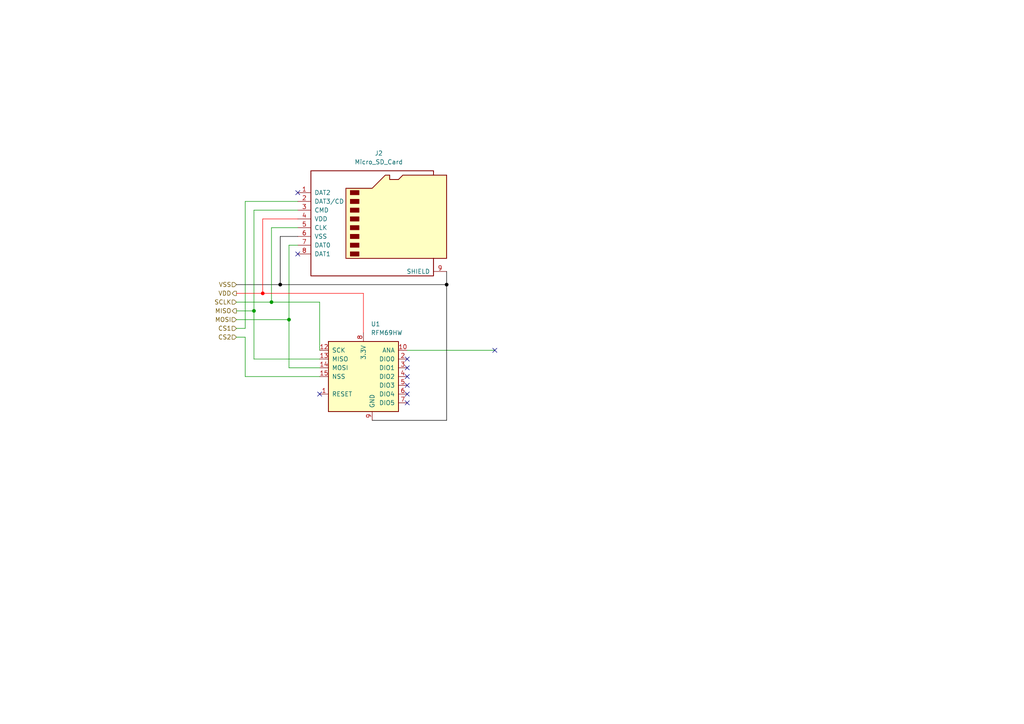
<source format=kicad_sch>
(kicad_sch (version 20250114) (generator "eeschema") (generator_version "9.0")
  (paper "A4")
  (lib_symbols
    (symbol "Connector:Micro_SD_Card" (pin_names (offset 1.016))
      (property "Reference" "J" (at -16.51 15.24 0))
      (property "Value" "Micro_SD_Card" (at 16.51 15.24 0))
      (symbol "Micro_SD_Card_0_1"
        (polyline (pts (xy -8.89 -11.43) (xy -8.89 8.89) (xy -1.27 8.89) (xy 2.54 12.7) (xy 3.81 12.7) (xy 3.81 11.43) (xy 6.35 11.43) (xy 7.62 12.7) (xy 20.32 12.7) (xy 20.32 -11.43) (xy -8.89 -11.43)) (stroke (width 0.254)) (fill (type background)))
        (rectangle (start -7.62 8.255) (end -5.08 6.985) (fill (type outline)))
        (rectangle (start -7.62 5.715) (end -5.08 4.445) (fill (type outline)))
        (rectangle (start -7.62 3.175) (end -5.08 1.905) (fill (type outline)))
        (rectangle (start -7.62 0.635) (end -5.08 -0.635) (fill (type outline)))
        (rectangle (start -7.62 -1.905) (end -5.08 -3.175) (fill (type outline)))
        (rectangle (start -7.62 -4.445) (end -5.08 -5.715) (fill (type outline)))
        (rectangle (start -7.62 -6.985) (end -5.08 -8.255) (fill (type outline)))
        (rectangle (start -7.62 -9.525) (end -5.08 -10.795) (fill (type outline)))
        (polyline (pts (xy 16.51 12.7) (xy 16.51 13.97) (xy -19.05 13.97) (xy -19.05 -16.51) (xy 16.51 -16.51) (xy 16.51 -11.43)) (stroke (width 0.254)))
      )
      (symbol "Micro_SD_Card_1_1"
        (pin bidirectional line (at -22.86 7.62 0) (length 3.81) (name "DAT2") (number "1"))
        (pin bidirectional line (at -22.86 5.08 0) (length 3.81) (name "DAT3/CD") (number "2"))
        (pin input line (at -22.86 2.54 0) (length 3.81) (name "CMD") (number "3"))
        (pin power_in line (at -22.86 0 0) (length 3.81) (name "VDD") (number "4"))
        (pin input line (at -22.86 -2.54 0) (length 3.81) (name "CLK") (number "5"))
        (pin power_in line (at -22.86 -5.08 0) (length 3.81) (name "VSS") (number "6"))
        (pin bidirectional line (at -22.86 -7.62 0) (length 3.81) (name "DAT0") (number "7"))
        (pin bidirectional line (at -22.86 -10.16 0) (length 3.81) (name "DAT1") (number "8"))
        (pin passive line (at 20.32 -15.24 180) (length 3.81) (name "SHIELD") (number "9"))
      )
    )
    (symbol "RF_Module:RFM69HW" (pin_names (offset 1.016))
      (property "Reference" "U" (at -3.81 11.43 0))
      (property "Value" "RFM69HW" (at -7.62 13.97 0))
      (symbol "RFM69HW_0_1"
        (rectangle (start -10.16 10.16) (end 10.16 -10.16) (stroke (width 0.254)) (fill (type background)))
      )
      (symbol "RFM69HW_1_1"
        (pin input line (at -12.7 7.62 0) (length 2.54) (name "SCK") (number "12"))
        (pin output line (at -12.7 5.08 0) (length 2.54) (name "MISO") (number "13"))
        (pin input line (at -12.7 2.54 0) (length 2.54) (name "MOSI") (number "14"))
        (pin input line (at -12.7 0 0) (length 2.54) (name "NSS") (number "15"))
        (pin input line (at -12.7 -5.08 0) (length 2.54) (name "RESET") (number "1"))
        (pin no_connect line (at -2.54 -10.16 90) (length 2.54) (hide yes) (name "NC") (number "16"))
        (pin power_in line (at 0 12.7 270) (length 2.54) (name "3.3V") (number "8"))
        (pin passive line (at 2.54 -12.7 90) (length 2.54) (hide yes) (name "GND") (number "11"))
        (pin power_in line (at 2.54 -12.7 90) (length 2.54) (name "GND") (number "9"))
        (pin output line (at 12.7 7.62 180) (length 2.54) (name "ANA") (number "10"))
        (pin bidirectional line (at 12.7 5.08 180) (length 2.54) (name "DIO0") (number "2"))
        (pin bidirectional line (at 12.7 2.54 180) (length 2.54) (name "DIO1") (number "3"))
        (pin bidirectional line (at 12.7 0 180) (length 2.54) (name "DIO2") (number "4"))
        (pin bidirectional line (at 12.7 -2.54 180) (length 2.54) (name "DIO3") (number "5"))
        (pin bidirectional line (at 12.7 -5.08 180) (length 2.54) (name "DIO4") (number "6"))
        (pin bidirectional line (at 12.7 -7.62 180) (length 2.54) (name "DIO5") (number "7"))
      )
    )
  )
  (junction (at 78.74 87.63))
  (junction (at 83.82 92.71))
  (junction (at 81.28 82.55) (color 0 0 0 1))
  (junction (at 129.54 82.55) (color 0 0 0 1))
  (junction (at 76.2 85.09) (color 255 0 0 1))
  (junction (at 73.66 90.17))
  (no_connect (at 118.11 109.22))
  (no_connect (at 86.36 55.88))
  (no_connect (at 118.11 111.76))
  (no_connect (at 118.11 116.84))
  (no_connect (at 118.11 106.68))
  (no_connect (at 118.11 114.3))
  (no_connect (at 118.11 104.14))
  (no_connect (at 143.51 101.6))
  (no_connect (at 92.71 114.3))
  (no_connect (at 86.36 73.66))
  (wire (pts (xy 86.36 63.5) (xy 76.2 63.5)) (stroke (width 0) (color 255 0 0 1)))
  (wire (pts (xy 71.12 58.42) (xy 86.36 58.42)))
  (wire (pts (xy 92.71 87.63) (xy 78.74 87.63)))
  (wire (pts (xy 86.36 60.96) (xy 73.66 60.96)))
  (wire (pts (xy 81.28 82.55) (xy 129.54 82.55)) (stroke (width 0) (color 0 0 0 1)))
  (wire (pts (xy 86.36 66.04) (xy 78.74 66.04)))
  (wire (pts (xy 68.58 85.09) (xy 76.2 85.09)) (stroke (width 0) (color 255 0 0 1)))
  (wire (pts (xy 76.2 63.5) (xy 76.2 85.09)) (stroke (width 0) (color 255 0 0 1)))
  (wire (pts (xy 73.66 60.96) (xy 73.66 90.17)))
  (wire (pts (xy 86.36 71.12) (xy 83.82 71.12)))
  (wire (pts (xy 76.2 85.09) (xy 105.41 85.09)) (stroke (width 0) (color 255 0 0 1)))
  (wire (pts (xy 68.58 90.17) (xy 73.66 90.17)))
  (wire (pts (xy 83.82 71.12) (xy 83.82 92.71)))
  (wire (pts (xy 83.82 106.68) (xy 92.71 106.68)))
  (wire (pts (xy 129.54 78.74) (xy 129.54 82.55)) (stroke (width 0) (color 0 0 0 1)))
  (wire (pts (xy 71.12 95.25) (xy 71.12 58.42)))
  (wire (pts (xy 105.41 85.09) (xy 105.41 96.52)) (stroke (width 0) (color 255 0 0 1)))
  (wire (pts (xy 71.12 109.22) (xy 92.71 109.22)))
  (wire (pts (xy 68.58 87.63) (xy 78.74 87.63)))
  (wire (pts (xy 71.12 97.79) (xy 71.12 109.22)))
  (wire (pts (xy 81.28 68.58) (xy 81.28 82.55)) (stroke (width 0) (color 0 0 0 1)))
  (wire (pts (xy 68.58 92.71) (xy 83.82 92.71)))
  (wire (pts (xy 78.74 66.04) (xy 78.74 87.63)))
  (wire (pts (xy 86.36 68.58) (xy 81.28 68.58)) (stroke (width 0) (color 0 0 0 1)))
  (wire (pts (xy 68.58 95.25) (xy 71.12 95.25)))
  (wire (pts (xy 92.71 101.6) (xy 92.71 87.63)))
  (wire (pts (xy 68.58 97.79) (xy 71.12 97.79)))
  (wire (pts (xy 68.58 82.55) (xy 81.28 82.55)) (stroke (width 0) (color 0 0 0 1)))
  (wire (pts (xy 83.82 92.71) (xy 83.82 106.68)))
  (wire (pts (xy 73.66 104.14) (xy 92.71 104.14)))
  (wire (pts (xy 73.66 90.17) (xy 73.66 104.14)))
  (wire (pts (xy 129.54 82.55) (xy 129.54 121.92)) (stroke (width 0) (color 0 0 0 1)))
  (wire (pts (xy 118.11 101.6) (xy 143.51 101.6)))
  (wire (pts (xy 129.54 121.92) (xy 107.95 121.92)) (stroke (width 0) (color 0 0 0 1)))
  (hierarchical_label "MISO" (shape output) (at 68.58 90.17 180))
  (hierarchical_label "MOSI" (shape input) (at 68.58 92.71 180))
  (hierarchical_label "CS2" (shape input) (at 68.58 97.79 180))
  (hierarchical_label "VDD" (shape output) (at 68.58 85.09 180))
  (hierarchical_label "VSS" (shape input) (at 68.58 82.55 180))
  (hierarchical_label "CS1" (shape input) (at 68.58 95.25 180))
  (hierarchical_label "SCLK" (shape input) (at 68.58 87.63 180))
  (symbol (lib_id "RF_Module:RFM69HW") (at 105.41 109.22 0) (unit 1)
    (property "Reference" "U1" (at 107.5533 93.98 0) (effects (justify left)))
    (property "Value" "RFM69HW" (at 107.5533 96.52 0) (effects (justify left)))
    (property "Footprint" "RF_Module:HOPERF_RFM69HW" (effects (hide yes)))
    (property "Datasheet" "https://www.hoperf.com/data/upload/portal/20181127/5bfcbb56f1fd7.pdf" (effects (hide yes)))
    (property "Description" "ISM Radio Transceiver Module, SPI interface" (effects (hide yes)))
  )
  (symbol (lib_id "Connector:Micro_SD_Card") (at 109.22 63.5 0) (unit 1)
    (property "Reference" "J2" (at 109.855 44.45 0))
    (property "Value" "Micro_SD_Card" (at 109.855 46.99 0))
    (property "Footprint" "Connector_Card:microSD_HC_Wuerth_693072010801" (effects (hide yes)))
    (property "Datasheet" "https://www.we-online.com/components/products/datasheet/693072010801.pdf" (effects (hide yes)))
    (property "Description" "Micro SD Card Socket" (effects (hide yes)))
  )
)
</source>
